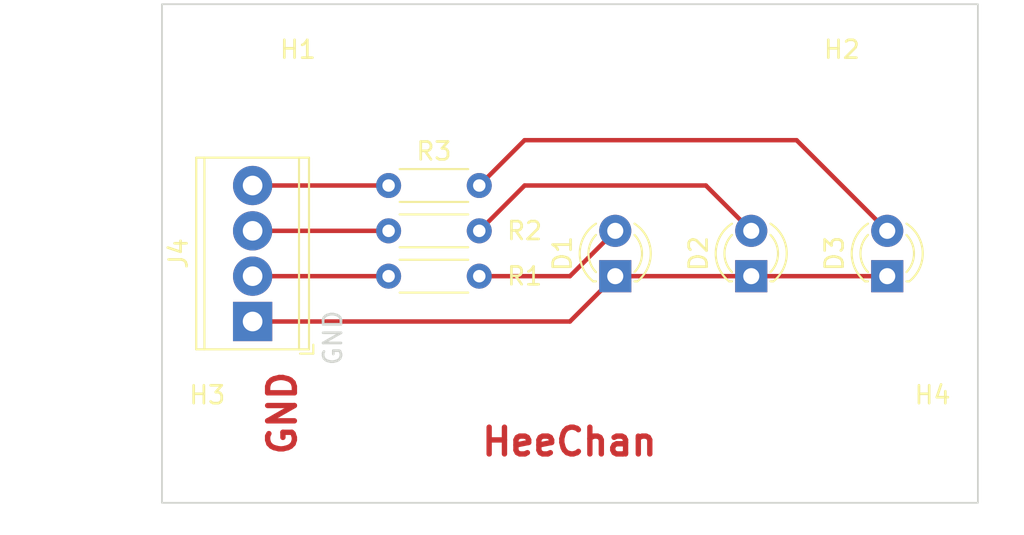
<source format=kicad_pcb>
(kicad_pcb (version 20221018) (generator pcbnew)
  (layers (0 "F.Cu" signal) (31 "B.Cu" signal) (34 "B.Paste" user) (35 "F.Paste" user) (36 "B.SilkS" user "B.Silkscreen") (37 "F.SilkS" user "F.Silkscreen") (38 "B.Mask" user) (39 "F.Mask" user) (44 "Edge.Cuts" user))
  (net 0 "")
  (net 1 "Net-(D1-K)")
  (net 2 "Net-(D1-A)")
  (net 3 "Net-(D2-A)")
  (net 4 "Net-(D3-A)")
  (net 5 "Net-(J4-Pin_2)")
  (net 6 "Net-(J4-Pin_3)")
  (net 7 "Net-(J4-Pin_4)")
  (footprint "Resistor_THT:R_Axial_DIN0204_L3.6mm_D1.6mm_P5.08mm_Horizontal" (layer "F.Cu") (at 43.18 50.8)
    (fp_text reference "R3" (at 2.54 -1.92) (layer "F.SilkS"))
    (fp_text value "R" hide)
    (fp_line (start 0.62 -0.92) (end 4.46 -0.92) (stroke (width 0.12)) (layer "F.SilkS"))
    (fp_line (start 0.62 0.92) (end 4.46 0.92) (stroke (width 0.12)) (layer "F.SilkS"))
    (pad "1" thru_hole circle (at 0 0) (size 1.4 1.4) (drill 0.7) (layers "*.Cu" "*.Mask") (net 7 "Net-(J4-Pin_4)"))
    (pad "2" thru_hole oval (at 5.08 0) (size 1.4 1.4) (drill 0.7) (layers "*.Cu" "*.Mask") (net 4 "Net-(D3-A)"))
  )
  (footprint "MountingHole:MountingHole_2.5mm" (layer "F.Cu") (at 33.02 43.18)
    (fp_text reference "H1" (at 5.08 0) (layer "F.SilkS"))
    (fp_text value "MountingHole")
    (pad "" np_thru_hole circle (at 0 0) (size 2.5 2.5) (drill 2.5) (layers "*.Cu" "*.Mask"))
  )
  (footprint "TerminalBlock_Phoenix:TerminalBlock_Phoenix_MPT-0,5-4-2.54_1x04_P2.54mm_Horizontal" (layer "F.Cu") (at 35.56 58.42 90)
    (fp_text reference "J4" (at 3.81 -4.16 90) (layer "F.SilkS"))
    (fp_text value "장희찬")
    (fp_line (start -1.8 2.66) (end -1.8 3.4) (stroke (width 0.12)) (layer "F.SilkS"))
    (fp_line (start -1.8 3.4) (end -1.3 3.4) (stroke (width 0.12)) (layer "F.SilkS"))
    (fp_line (start -1.56 -3.16) (end -1.56 3.16) (stroke (width 0.12)) (layer "F.SilkS"))
    (fp_line (start -1.56 -3.16) (end 9.18 -3.16) (stroke (width 0.12)) (layer "F.SilkS"))
    (fp_line (start -1.56 -2.7) (end 9.18 -2.7) (stroke (width 0.12)) (layer "F.SilkS"))
    (fp_line (start -1.56 2.6) (end 9.18 2.6) (stroke (width 0.12)) (layer "F.SilkS"))
    (fp_line (start -1.56 3.16) (end 9.18 3.16) (stroke (width 0.12)) (layer "F.SilkS"))
    (fp_line (start 9.18 -3.16) (end 9.18 3.16) (stroke (width 0.12)) (layer "F.SilkS"))
    (pad "1" thru_hole rect (at 0 0 90) (size 2.2 2.2) (drill 1.1) (layers "*.Cu" "*.Mask") (net 1 "Net-(D1-K)"))
    (pad "2" thru_hole circle (at 2.54 0 90) (size 2.2 2.2) (drill 1.1) (layers "*.Cu" "*.Mask") (net 5 "Net-(J4-Pin_2)"))
    (pad "3" thru_hole circle (at 5.08 0 90) (size 2.2 2.2) (drill 1.1) (layers "*.Cu" "*.Mask") (net 6 "Net-(J4-Pin_3)"))
    (pad "4" thru_hole circle (at 7.62 0 90) (size 2.2 2.2) (drill 1.1) (layers "*.Cu" "*.Mask") (net 7 "Net-(J4-Pin_4)"))
  )
  (footprint "Resistor_THT:R_Axial_DIN0204_L3.6mm_D1.6mm_P5.08mm_Horizontal" (layer "F.Cu") (at 43.18 53.34)
    (fp_text reference "R2" (at 7.62 0) (layer "F.SilkS"))
    (fp_text value "R" hide)
    (fp_line (start 0.62 -0.92) (end 4.46 -0.92) (stroke (width 0.12)) (layer "F.SilkS"))
    (fp_line (start 0.62 0.92) (end 4.46 0.92) (stroke (width 0.12)) (layer "F.SilkS"))
    (pad "1" thru_hole circle (at 0 0) (size 1.4 1.4) (drill 0.7) (layers "*.Cu" "*.Mask") (net 6 "Net-(J4-Pin_3)"))
    (pad "2" thru_hole oval (at 5.08 0) (size 1.4 1.4) (drill 0.7) (layers "*.Cu" "*.Mask") (net 3 "Net-(D2-A)"))
  )
  (footprint "MountingHole:MountingHole_2.5mm" (layer "F.Cu") (at 73.66 66.04)
    (fp_text reference "H4" (at 0 -3.5) (layer "F.SilkS"))
    (fp_text value "MountingHole")
    (pad "" np_thru_hole circle (at 0 0) (size 2.5 2.5) (drill 2.5) (layers "*.Cu" "*.Mask"))
  )
  (footprint "LED_THT:LED_D3.0mm" (layer "F.Cu") (at 63.5 55.88 90)
    (fp_text reference "D2" (at 1.27 -2.96 90) (layer "F.SilkS"))
    (fp_text value "LED")
    (fp_line (start -0.29 -1.236) (end -0.29 -1.08) (stroke (width 0.12)) (layer "F.SilkS"))
    (fp_line (start -0.29 1.08) (end -0.29 1.236) (stroke (width 0.12)) (layer "F.SilkS"))
    (fp_arc (start -0.29 -1.235516) (mid 1.366487 -1.987659) (end 2.942335 -1.078608) (stroke (width 0.12)) (layer "F.SilkS"))
    (fp_arc (start 0.229039 -1.08) (mid 1.270117 -1.5) (end 2.31113 -1.079837) (stroke (width 0.12)) (layer "F.SilkS"))
    (fp_arc (start 2.31113 1.079837) (mid 1.270117 1.5) (end 0.229039 1.08) (stroke (width 0.12)) (layer "F.SilkS"))
    (fp_arc (start 2.942335 1.078608) (mid 1.366487 1.987659) (end -0.29 1.235516) (stroke (width 0.12)) (layer "F.SilkS"))
    (pad "1" thru_hole rect (at 0 0 90) (size 1.8 1.8) (drill 0.9) (layers "*.Cu" "*.Mask") (net 1 "Net-(D1-K)"))
    (pad "2" thru_hole circle (at 2.54 0 90) (size 1.8 1.8) (drill 0.9) (layers "*.Cu" "*.Mask") (net 3 "Net-(D2-A)"))
  )
  (footprint "LED_THT:LED_D3.0mm" (layer "F.Cu") (at 55.88 55.88 90)
    (fp_text reference "D1" (at 1.27 -2.96 90) (layer "F.SilkS"))
    (fp_text value "LED")
    (fp_line (start -0.29 -1.236) (end -0.29 -1.08) (stroke (width 0.12)) (layer "F.SilkS"))
    (fp_line (start -0.29 1.08) (end -0.29 1.236) (stroke (width 0.12)) (layer "F.SilkS"))
    (fp_arc (start -0.29 -1.235516) (mid 1.366487 -1.987659) (end 2.942335 -1.078608) (stroke (width 0.12)) (layer "F.SilkS"))
    (fp_arc (start 0.229039 -1.08) (mid 1.270117 -1.5) (end 2.31113 -1.079837) (stroke (width 0.12)) (layer "F.SilkS"))
    (fp_arc (start 2.31113 1.079837) (mid 1.270117 1.5) (end 0.229039 1.08) (stroke (width 0.12)) (layer "F.SilkS"))
    (fp_arc (start 2.942335 1.078608) (mid 1.366487 1.987659) (end -0.29 1.235516) (stroke (width 0.12)) (layer "F.SilkS"))
    (pad "1" thru_hole rect (at 0 0 90) (size 1.8 1.8) (drill 0.9) (layers "*.Cu" "*.Mask") (net 1 "Net-(D1-K)"))
    (pad "2" thru_hole circle (at 2.54 0 90) (size 1.8 1.8) (drill 0.9) (layers "*.Cu" "*.Mask") (net 2 "Net-(D1-A)"))
  )
  (footprint "MountingHole:MountingHole_2.5mm" (layer "F.Cu") (at 73.66 43.18)
    (fp_text reference "H2" (at -5.08 0) (layer "F.SilkS"))
    (fp_text value "MountingHole")
    (pad "" np_thru_hole circle (at 0 0) (size 2.5 2.5) (drill 2.5) (layers "*.Cu" "*.Mask"))
  )
  (footprint "MountingHole:MountingHole_2.5mm" (layer "F.Cu") (at 33.02 66.04)
    (fp_text reference "H3" (at 0 -3.5) (layer "F.SilkS"))
    (fp_text value "MountingHole")
    (pad "" np_thru_hole circle (at 0 0) (size 2.5 2.5) (drill 2.5) (layers "*.Cu" "*.Mask"))
  )
  (footprint "LED_THT:LED_D3.0mm" (layer "F.Cu") (at 71.12 55.88 90)
    (fp_text reference "D3" (at 1.27 -2.96 90) (layer "F.SilkS"))
    (fp_text value "LED")
    (fp_line (start -0.29 -1.236) (end -0.29 -1.08) (stroke (width 0.12)) (layer "F.SilkS"))
    (fp_line (start -0.29 1.08) (end -0.29 1.236) (stroke (width 0.12)) (layer "F.SilkS"))
    (fp_arc (start -0.29 -1.235516) (mid 1.366487 -1.987659) (end 2.942335 -1.078608) (stroke (width 0.12)) (layer "F.SilkS"))
    (fp_arc (start 0.229039 -1.08) (mid 1.270117 -1.5) (end 2.31113 -1.079837) (stroke (width 0.12)) (layer "F.SilkS"))
    (fp_arc (start 2.31113 1.079837) (mid 1.270117 1.5) (end 0.229039 1.08) (stroke (width 0.12)) (layer "F.SilkS"))
    (fp_arc (start 2.942335 1.078608) (mid 1.366487 1.987659) (end -0.29 1.235516) (stroke (width 0.12)) (layer "F.SilkS"))
    (pad "1" thru_hole rect (at 0 0 90) (size 1.8 1.8) (drill 0.9) (layers "*.Cu" "*.Mask") (net 1 "Net-(D1-K)"))
    (pad "2" thru_hole circle (at 2.54 0 90) (size 1.8 1.8) (drill 0.9) (layers "*.Cu" "*.Mask") (net 4 "Net-(D3-A)"))
  )
  (footprint "Resistor_THT:R_Axial_DIN0204_L3.6mm_D1.6mm_P5.08mm_Horizontal" (layer "F.Cu") (at 43.18 55.88)
    (fp_text reference "R1" (at 7.62 0) (layer "F.SilkS"))
    (fp_text value "R")
    (fp_line (start 0.62 -0.92) (end 4.46 -0.92) (stroke (width 0.12)) (layer "F.SilkS"))
    (fp_line (start 0.62 0.92) (end 4.46 0.92) (stroke (width 0.12)) (layer "F.SilkS"))
    (pad "1" thru_hole circle (at 0 0) (size 1.4 1.4) (drill 0.7) (layers "*.Cu" "*.Mask") (net 5 "Net-(J4-Pin_2)"))
    (pad "2" thru_hole oval (at 5.08 0) (size 1.4 1.4) (drill 0.7) (layers "*.Cu" "*.Mask") (net 2 "Net-(D1-A)"))
  )
  (gr_rect (start 30.48 40.64) (end 76.2 68.58) (stroke (width 0.1)) (fill none) (layer "Edge.Cuts"))
  (gr_text "HeeChan" (at 48.26 66.04) (layer "F.Cu") (effects (font (size 1.5 1.5) (thickness 0.3) bold) (justify left bottom)))
  (gr_text "GND" (at 38.1 66.04 90) (layer "F.Cu") (effects (font (size 1.5 1.5) (thickness 0.3) bold) (justify left bottom)))
  (gr_text "GND" (at 40.64 60.96 90) (layer "Edge.Cuts") (effects (font (size 1 1)) (justify left bottom)))
  (gr_text "장" (at 43.18 63.5) (layer "Edge.Cuts") (effects (font (size 1 1)) (justify left bottom)))
  (segment (start 53.34 58.42) (end 35.56 58.42) (width 0.25) (layer "F.Cu") (net 1))
  (segment (start 55.88 55.88) (end 53.34 58.42) (width 0.25) (layer "F.Cu") (net 1))
  (segment (start 71.12 55.88) (end 63.5 55.88) (width 0.25) (layer "F.Cu") (net 1))
  (segment (start 55.88 55.88) (end 63.5 55.88) (width 0.25) (layer "F.Cu") (net 1))
  (segment (start 53.34 55.88) (end 55.88 53.34) (width 0.25) (layer "F.Cu") (net 2))
  (segment (start 48.26 55.88) (end 53.34 55.88) (width 0.25) (layer "F.Cu") (net 2))
  (segment (start 48.26 53.34) (end 50.8 50.8) (width 0.25) (layer "F.Cu") (net 3))
  (segment (start 50.8 50.8) (end 60.96 50.8) (width 0.25) (layer "F.Cu") (net 3))
  (segment (start 60.96 50.8) (end 63.5 53.34) (width 0.25) (layer "F.Cu") (net 3))
  (segment (start 50.8 48.26) (end 66.04 48.26) (width 0.25) (layer "F.Cu") (net 4))
  (segment (start 66.04 48.26) (end 71.12 53.34) (width 0.25) (layer "F.Cu") (net 4))
  (segment (start 48.26 50.8) (end 50.8 48.26) (width 0.25) (layer "F.Cu") (net 4))
  (segment (start 35.56 55.88) (end 43.18 55.88) (width 0.25) (layer "F.Cu") (net 5))
  (segment (start 35.56 53.34) (end 43.18 53.34) (width 0.25) (layer "F.Cu") (net 6))
  (segment (start 35.56 50.8) (end 43.18 50.8) (width 0.25) (layer "F.Cu") (net 7))
)
</source>
